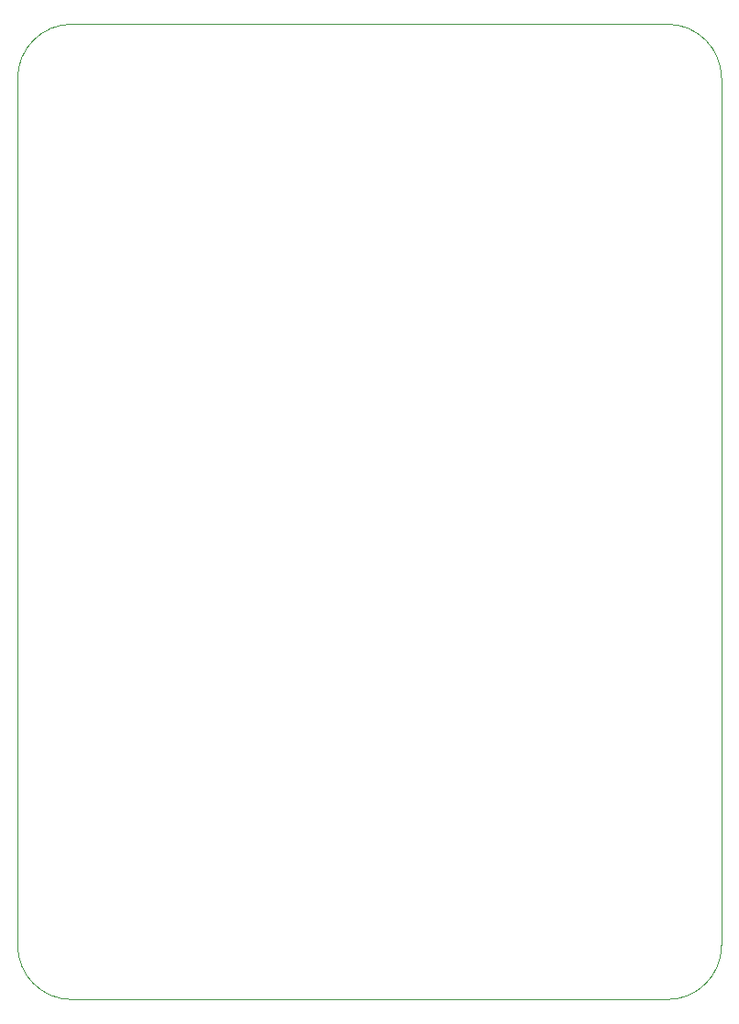
<source format=gbr>
%TF.GenerationSoftware,KiCad,Pcbnew,(6.0.8)*%
%TF.CreationDate,2023-01-02T23:21:26-08:00*%
%TF.ProjectId,picow_ssr_control,7069636f-775f-4737-9372-5f636f6e7472,0.0.8*%
%TF.SameCoordinates,PXfbc520PY6516e80*%
%TF.FileFunction,Profile,NP*%
%FSLAX46Y46*%
G04 Gerber Fmt 4.6, Leading zero omitted, Abs format (unit mm)*
G04 Created by KiCad (PCBNEW (6.0.8)) date 2023-01-02 23:21:26*
%MOMM*%
%LPD*%
G01*
G04 APERTURE LIST*
%TA.AperFunction,Profile*%
%ADD10C,0.010000*%
%TD*%
G04 APERTURE END LIST*
D10*
X65000000Y85000000D02*
G75*
G03*
X60000000Y90000000I-5000000J0D01*
G01*
X0Y5000000D02*
G75*
G03*
X5000000Y0I5000000J0D01*
G01*
X60000000Y0D02*
G75*
G03*
X65000000Y5000000I0J5000000D01*
G01*
X60000000Y0D02*
X5000000Y0D01*
X5000000Y90000000D02*
X60000000Y90000000D01*
X0Y5000000D02*
X0Y85000000D01*
X65000000Y85000000D02*
X65000000Y5000000D01*
X5000000Y90000000D02*
G75*
G03*
X0Y85000000I0J-5000000D01*
G01*
M02*

</source>
